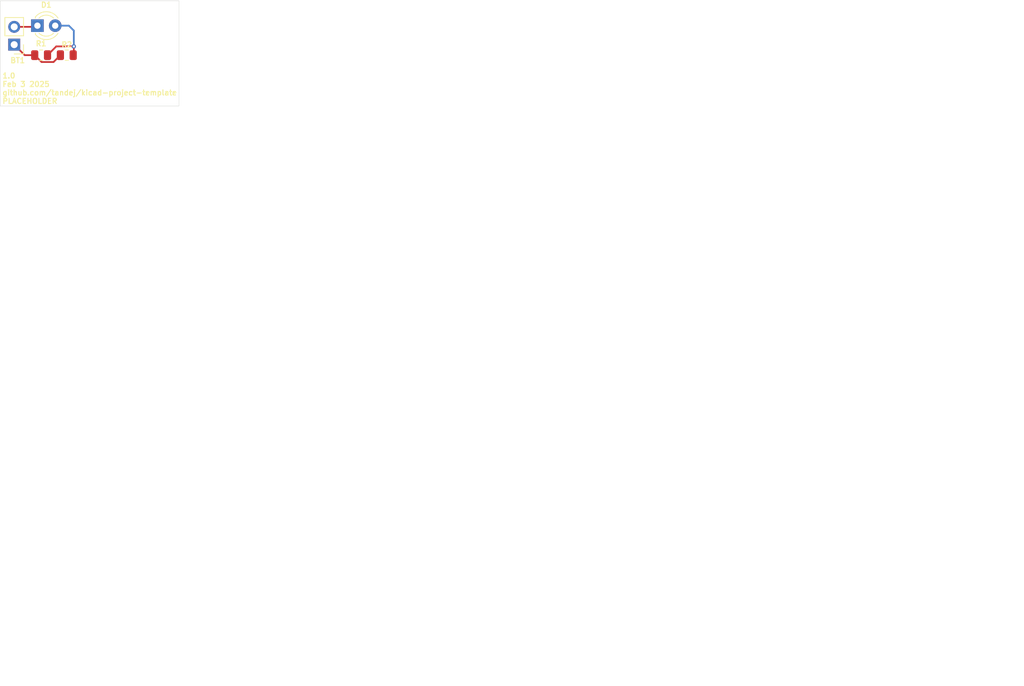
<source format=kicad_pcb>
(kicad_pcb (version 20241228) (generator "pcbnew") (generator_version "9.0")
  (layers (0 "F.Cu" signal) (2 "B.Cu" signal) (13 "F.Paste" user) (15 "B.Paste" user) (5 "F.SilkS" user "F.Silkscreen") (7 "B.SilkS" user "B.Silkscreen") (1 "F.Mask" user) (3 "B.Mask" user) (25 "Edge.Cuts" user))
  (property "AUTHOR" "Asa Anderson")
  (property "BOARD_REV" "1.0")
  (property "BOARD_REV_DATE" "Feb 3 2025")
  (property "GIT_SHORTHASH" "PLACEHOLDER")
  (property "PROJECT_GIT" "github.com/tandej/kicad-project-template")
  (property "SCH_REV" "1.0")
  (property "SCH_REV_DATE" "Feb 3 2025")
  (net 0 "")
  (net 1 "Net-(BT1-+)")
  (net 2 "Net-(BT1--)")
  (net 3 "Net-(D1-A)")
  (footprint "Resistor_SMD:R_0805_2012Metric" (layer "F.Cu") (at 148.25 103.75 180)
    (property "Reference" "R2" (at 0 1.5 0) (layer "F.SilkS") (effects (font (size 0.75 0.75))))
    (property "Value" "100" (hide yes))
    (fp_line (start -0.227064 0.735) (end 0.227064 0.735) (stroke (width 0.12)) (layer "F.SilkS"))
    (fp_line (start -0.227064 -0.735) (end 0.227064 -0.735) (stroke (width 0.12)) (layer "F.SilkS"))
    (pad "1" smd roundrect (at -0.9125 0 180) (size 1.025 1.4) (layers "F.Cu" "F.Mask" "F.Paste") (roundrect_rratio 0.243902) (net 3 "Net-(D1-A)"))
    (pad "2" smd roundrect (at 0.9125 0 180) (size 1.025 1.4) (layers "F.Cu" "F.Mask" "F.Paste") (roundrect_rratio 0.243902) (net 1 "Net-(BT1-+)"))
  )
  (footprint "Connector_PinHeader_2.54mm:PinHeader_1x02_P2.54mm_Vertical" (layer "F.Cu") (at 140.75 102.25 180)
    (property "Reference" "BT1" (at -0.5 -2.25 0) (layer "F.SilkS") (effects (font (size 0.75 0.75))))
    (property "Value" "Battery_Cell" (hide yes))
    (fp_line (start 1.33 1.27) (end 1.33 3.87) (stroke (width 0.12)) (layer "F.SilkS"))
    (fp_line (start -1.33 3.87) (end 1.33 3.87) (stroke (width 0.12)) (layer "F.SilkS"))
    (fp_line (start -1.33 1.27) (end 1.33 1.27) (stroke (width 0.12)) (layer "F.SilkS"))
    (fp_line (start -1.33 1.27) (end -1.33 3.87) (stroke (width 0.12)) (layer "F.SilkS"))
    (fp_line (start -1.33 0) (end -1.33 -1.33) (stroke (width 0.12)) (layer "F.SilkS"))
    (fp_line (start -1.33 -1.33) (end 0 -1.33) (stroke (width 0.12)) (layer "F.SilkS"))
    (pad "1" thru_hole rect (at 0 0 180) (size 1.7 1.7) (drill 1) (layers "*.Cu" "*.Mask") (net 1 "Net-(BT1-+)"))
    (pad "2" thru_hole oval (at 0 2.54 180) (size 1.7 1.7) (drill 1) (layers "*.Cu" "*.Mask") (net 2 "Net-(BT1--)"))
  )
  (footprint "LED_THT:LED_D3.0mm" (layer "F.Cu") (at 144.0575 99.54)
    (property "Reference" "D1" (at 1.27 -2.96 0) (layer "F.SilkS") (effects (font (size 0.75 0.75))))
    (property "Value" "LED" (hide yes))
    (fp_line (start -0.29 -1.236) (end -0.29 -1.08) (stroke (width 0.12)) (layer "F.SilkS"))
    (fp_line (start -0.29 1.08) (end -0.29 1.236) (stroke (width 0.12)) (layer "F.SilkS"))
    (fp_arc (start -0.29 -1.235516) (mid 1.365624 -1.987701) (end 2.941397 -1.080061) (stroke (width 0.12)) (layer "F.SilkS"))
    (fp_arc (start 0.229039 -1.08) (mid 1.269964 -1.5) (end 2.31091 -1.080049) (stroke (width 0.12)) (layer "F.SilkS"))
    (fp_arc (start 2.31091 1.080049) (mid 1.269964 1.5) (end 0.229039 1.08) (stroke (width 0.12)) (layer "F.SilkS"))
    (fp_arc (start 2.941397 1.080061) (mid 1.365624 1.987701) (end -0.29 1.235516) (stroke (width 0.12)) (layer "F.SilkS"))
    (pad "1" thru_hole rect (at 0 0) (size 1.8 1.8) (drill 0.9) (layers "*.Cu" "*.Mask") (net 2 "Net-(BT1--)"))
    (pad "2" thru_hole circle (at 2.54 0) (size 1.8 1.8) (drill 0.9) (layers "*.Cu" "*.Mask") (net 3 "Net-(D1-A)"))
  )
  (footprint "Resistor_SMD:R_0805_2012Metric" (layer "F.Cu") (at 144.5875 103.75)
    (property "Reference" "R1" (at 0 -1.65 0) (layer "F.SilkS") (effects (font (size 0.75 0.75))))
    (property "Value" "100" (hide yes))
    (fp_line (start -0.227064 -0.735) (end 0.227064 -0.735) (stroke (width 0.12)) (layer "F.SilkS"))
    (fp_line (start -0.227064 0.735) (end 0.227064 0.735) (stroke (width 0.12)) (layer "F.SilkS"))
    (pad "1" smd roundrect (at -0.9125 0) (size 1.025 1.4) (layers "F.Cu" "F.Mask" "F.Paste") (roundrect_rratio 0.243902) (net 1 "Net-(BT1-+)"))
    (pad "2" smd roundrect (at 0.9125 0) (size 1.025 1.4) (layers "F.Cu" "F.Mask" "F.Paste") (roundrect_rratio 0.243902) (net 3 "Net-(D1-A)"))
  )
  (gr_rect (start 138.75 96) (end 164.25 111) (stroke (width 0.05)) (fill no) (layer "Edge.Cuts"))
  (gr_text "${PROJECTNAME}\n${BOARD_REV}\n${BOARD_REV_DATE}\n${PROJECT_GIT}\n${GIT_SHORTHASH}" (at 139 110.75 0) (layer "F.SilkS") (effects (font (size 0.75 0.75)) (justify left bottom)))
  (segment (start 147.3375 103.75) (end 146.3591 104.7284) (width 0.25) (layer "F.Cu") (net 1))
  (segment (start 144.6534 104.7284) (end 143.675 103.75) (width 0.25) (layer "F.Cu") (net 1))
  (segment (start 146.3591 104.7284) (end 144.6534 104.7284) (width 0.25) (layer "F.Cu") (net 1))
  (segment (start 142.25 103.75) (end 140.75 102.25) (width 0.25) (layer "F.Cu") (net 1))
  (segment (start 143.675 103.75) (end 142.25 103.75) (width 0.25) (layer "F.Cu") (net 1))
  (segment (start 140.75 99.71) (end 143.8875 99.71) (width 0.25) (layer "F.Cu") (net 2))
  (segment (start 143.8875 99.71) (end 144.0575 99.54) (width 0.25) (layer "F.Cu") (net 2))
  (segment (start 146.75 102.5) (end 149.25 102.5) (width 0.25) (layer "F.Cu") (net 3))
  (segment (start 149.25 102.5) (end 149.25 103.6625) (width 0.25) (layer "F.Cu") (net 3))
  (segment (start 145.5 103.75) (end 146.75 102.5) (width 0.25) (layer "F.Cu") (net 3))
  (segment (start 149.25 103.6625) (end 149.1625 103.75) (width 0.25) (layer "F.Cu") (net 3))
  (via (at 149.25 102.5) (size 0.6) (drill 0.3) (layers "F.Cu" "B.Cu") (net 3))
  (segment (start 146.5975 99.54) (end 148.54 99.54) (width 0.25) (layer "B.Cu") (net 3))
  (segment (start 148.54 99.54) (end 149.25 100.25) (width 0.25) (layer "B.Cu") (net 3))
  (segment (start 149.25 100.25) (end 149.25 102.5) (width 0.25) (layer "B.Cu") (net 3))
)
</source>
